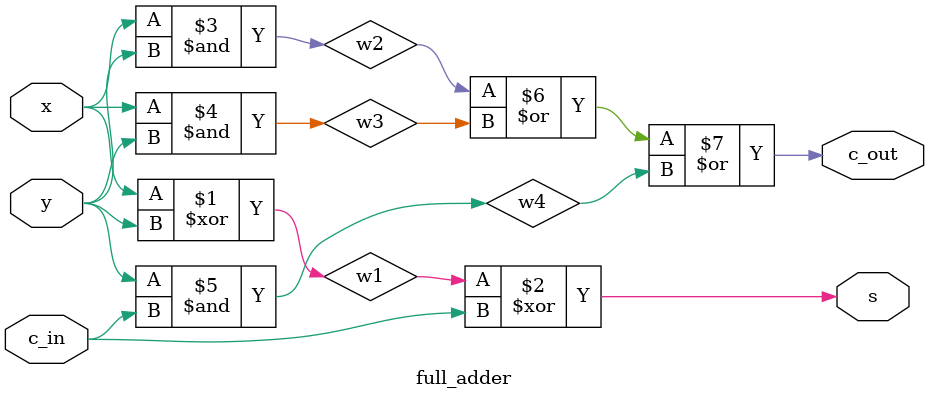
<source format=v>
module full_adder (x, y, c_in, s, c_out);
  input x, y, c_in;
  output s,c_out;
  wire w1, w2, w3, w4;

  xor g1(w1, x, y);
  xor g2(s, w1, c_in);
  and g3(w2, x, y);
  and g4(w3, x, y);
  and g5(w4, y, c_in);
  or g6(c_out, w2, w3, w4);
endmodule
</source>
